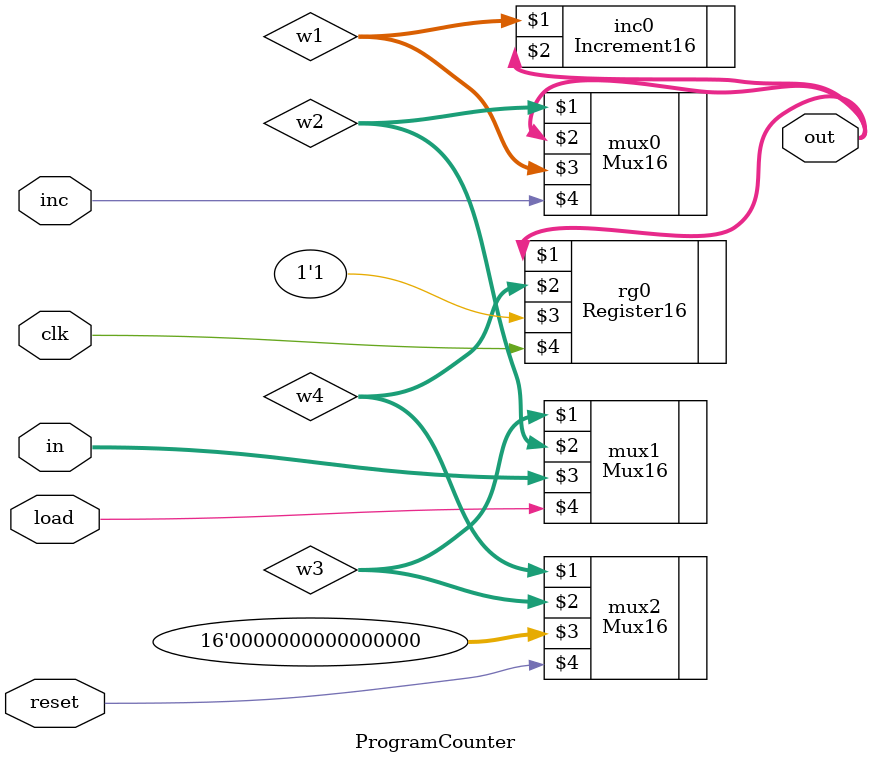
<source format=v>
/* módulo ProgramCounter */
/* Leonardo Vecchi Meirelles - 12011ECP002 */

`ifndef _ProgramCounter_
`define _ProgramCounter_
`include "Mux16.v"
`include "Increment16.v"
`include "Register16.v"

module ProgramCounter(out, in, load, inc, reset, clk);
    input [15:0] in;
    input load, inc, reset, clk;
    output [15:0] out;
    wire [15:0] w1, w2, w3, w4;

    Increment16 inc0(w1, out);

    Mux16 mux0(w2, out, w1, inc);
    Mux16 mux1(w3, w2, in, load);
    Mux16 mux2(w4, w3, 16'b0000000000000000, reset);

    Register16 rg0(out, w4, 1'b1, clk);

    // Descrição de conexões internas do módulo

endmodule

`endif
</source>
